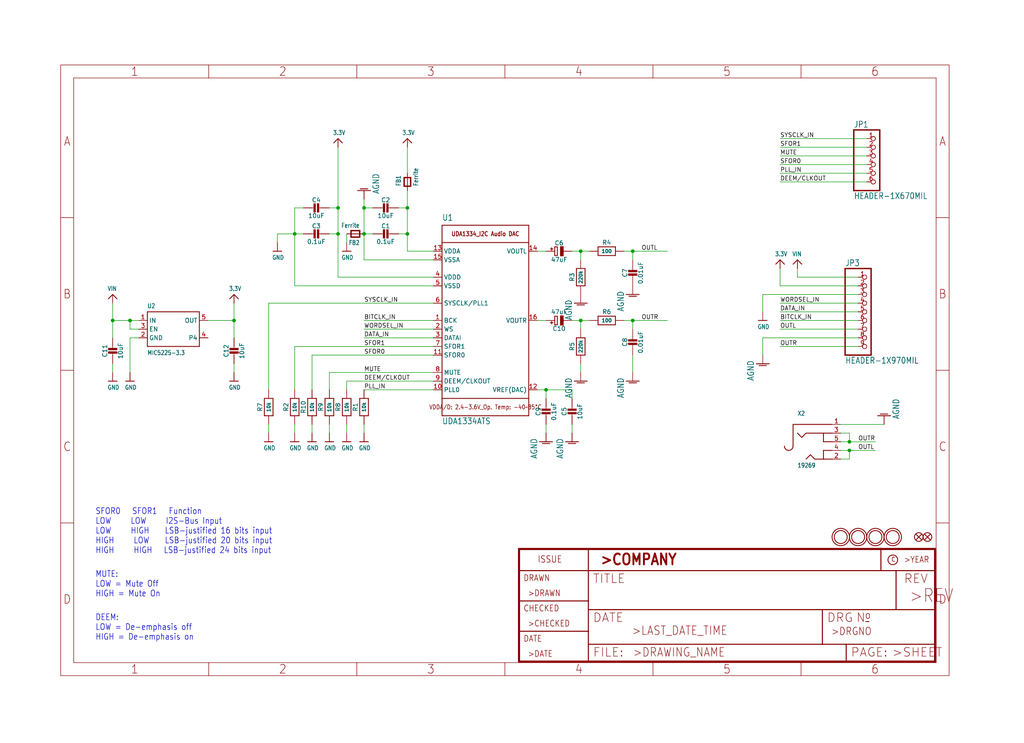
<source format=kicad_sch>
(kicad_sch (version 20211123) (generator eeschema)
  (paper "User" 300.076 217.881)
  (lib_symbols
    (symbol "eagleSchem-eagle-import:3.3V" (power)
      (property "Value" "3.3V" (at -1.524 1.016 0))
      (symbol "3.3V_1_0"
        (polyline (pts (xy -1.27 -1.27) (xy 0 0)) (stroke (width 0.254)))
        (polyline (pts (xy 0 0) (xy 1.27 -1.27)) (stroke (width 0.254)))
        (pin power_in line (at 0 -2.54 90) (length 2.54) (name "3.3V") (number "1"))
      )
    )
    (symbol "eagleSchem-eagle-import:AGND" (power)
      (property "Value" "AGND" (at -2.54 -5.08 90))
      (symbol "AGND_1_0"
        (polyline (pts (xy -1.905 0) (xy 1.905 0)) (stroke (width 0.254)))
        (polyline (pts (xy -1.0922 -0.508) (xy 1.0922 -0.508)) (stroke (width 0.254)))
        (pin power_in line (at 0 2.54 270) (length 2.54) (name "AGND") (number "1"))
      )
    )
    (symbol "eagleSchem-eagle-import:AUDIO_3.5MMJACK"
      (property "Reference" "X" (at -5.08 7.62 0))
      (property "Value" "AUDIO_3.5MMJACK" (at -5.08 -7.62 0))
      (symbol "AUDIO_3.5MMJACK_1_0"
        (arc (start -8.89 -1.27) (mid -8.518 -2.168) (end -7.62 -2.54) (stroke (width 0.254)))
        (arc (start -7.62 -2.54) (mid -6.722 -2.168) (end -6.35 -1.27) (stroke (width 0.254)))
        (polyline (pts (xy -6.35 5.08) (xy -6.35 -1.27)) (stroke (width 0.254)))
        (polyline (pts (xy -3.81 1.27) (xy -5.08 2.54)) (stroke (width 0.254)))
        (polyline (pts (xy -2.54 2.54) (xy -3.81 1.27)) (stroke (width 0.254)))
        (polyline (pts (xy -1.27 -3.81) (xy -2.54 -5.08)) (stroke (width 0.254)))
        (polyline (pts (xy 0 -5.08) (xy -1.27 -3.81)) (stroke (width 0.254)))
        (polyline (pts (xy 2.54 -5.08) (xy 0 -5.08)) (stroke (width 0.254)))
        (polyline (pts (xy 2.54 -2.54) (xy 2.54 -5.08)) (stroke (width 0.254)))
        (polyline (pts (xy 2.54 0) (xy 2.54 2.54)) (stroke (width 0.254)))
        (polyline (pts (xy 2.54 2.54) (xy -2.54 2.54)) (stroke (width 0.254)))
        (polyline (pts (xy 5.08 -5.08) (xy 2.54 -5.08)) (stroke (width 0.254)))
        (polyline (pts (xy 5.08 -2.54) (xy 2.54 -2.54)) (stroke (width 0.254)))
        (polyline (pts (xy 5.08 0) (xy 2.54 0)) (stroke (width 0.254)))
        (polyline (pts (xy 5.08 2.54) (xy 2.54 2.54)) (stroke (width 0.254)))
        (polyline (pts (xy 5.08 5.08) (xy -6.35 5.08)) (stroke (width 0.254)))
        (pin bidirectional line (at 7.62 5.08 180) (length 2.54) (name "P$1") (number "1"))
        (pin bidirectional line (at 7.62 -5.08 180) (length 2.54) (name "P$5") (number "2"))
        (pin bidirectional line (at 7.62 2.54 180) (length 2.54) (name "P$2") (number "3"))
        (pin bidirectional line (at 7.62 -2.54 180) (length 2.54) (name "P$4") (number "4"))
        (pin bidirectional line (at 7.62 0 180) (length 2.54) (name "P$3") (number "5"))
      )
    )
    (symbol "eagleSchem-eagle-import:AUDIO_I2S_UDA1334{dblquote}{dblquote}"
      (property "Reference" "U" (at -12.7 29.21 0))
      (property "Value" "AUDIO_I2S_UDA1334{dblquote}{dblquote}" (at -12.7 -30.48 0))
      (symbol "AUDIO_I2S_UDA1334{dblquote}{dblquote}_1_0"
        (polyline (pts (xy -12.7 -27.94) (xy 12.7 -27.94)) (stroke (width 0.254)))
        (polyline (pts (xy -12.7 -22.86) (xy -12.7 -27.94)) (stroke (width 0.254)))
        (polyline (pts (xy -12.7 -22.86) (xy -12.7 22.86)) (stroke (width 0.254)))
        (polyline (pts (xy -12.7 22.86) (xy -12.7 27.94)) (stroke (width 0.254)))
        (polyline (pts (xy -12.7 22.86) (xy 12.7 22.86)) (stroke (width 0.254)))
        (polyline (pts (xy -12.7 27.94) (xy 12.7 27.94)) (stroke (width 0.254)))
        (polyline (pts (xy 12.7 -27.94) (xy 12.7 -22.86)) (stroke (width 0.254)))
        (polyline (pts (xy 12.7 -22.86) (xy -12.7 -22.86)) (stroke (width 0.254)))
        (polyline (pts (xy 12.7 22.86) (xy 12.7 -22.86)) (stroke (width 0.254)))
        (polyline (pts (xy 12.7 27.94) (xy 12.7 22.86)) (stroke (width 0.254)))
        (text "UDA1334_I2C Audio DAC" (at 0 25.4 0) (effects (font (size 1.27 1.0795) (thickness 0.2159) bold)))
        (text "VDDA/D: 2.4-3.6V_Op. Temp: -40~85°C" (at 0 -25.4 0) (effects (font (size 1.27 1.0795))))
        (pin input line (at -15.24 0 0) (length 2.54) (name "BCK") (number "1"))
        (pin input line (at -15.24 -20.32 0) (length 2.54) (name "PLL0") (number "10"))
        (pin input line (at -15.24 -10.16 0) (length 2.54) (name "SFOR0") (number "11"))
        (pin output line (at 15.24 -20.32 180) (length 2.54) (name "VREF(DAC)") (number "12"))
        (pin power_in line (at -15.24 20.32 0) (length 2.54) (name "VDDA") (number "13"))
        (pin output line (at 15.24 20.32 180) (length 2.54) (name "VOUTL") (number "14"))
        (pin power_in line (at -15.24 17.78 0) (length 2.54) (name "VSSA") (number "15"))
        (pin output line (at 15.24 0 180) (length 2.54) (name "VOUTR") (number "16"))
        (pin input line (at -15.24 -2.54 0) (length 2.54) (name "WS") (number "2"))
        (pin input line (at -15.24 -5.08 0) (length 2.54) (name "DATAI") (number "3"))
        (pin power_in line (at -15.24 12.7 0) (length 2.54) (name "VDDD") (number "4"))
        (pin power_in line (at -15.24 10.16 0) (length 2.54) (name "VSSD") (number "5"))
        (pin input line (at -15.24 5.08 0) (length 2.54) (name "SYSCLK/PLL1") (number "6"))
        (pin input line (at -15.24 -7.62 0) (length 2.54) (name "SFOR1") (number "7"))
        (pin input line (at -15.24 -15.24 0) (length 2.54) (name "MUTE") (number "8"))
        (pin bidirectional line (at -15.24 -17.78 0) (length 2.54) (name "DEEM/CLKOUT") (number "9"))
      )
    )
    (symbol "eagleSchem-eagle-import:CAP_CERAMIC0805-NOOUTLINE"
      (property "Reference" "C" (at -2.29 1.25 90))
      (property "Value" "CAP_CERAMIC0805-NOOUTLINE" (at 2.3 1.25 90))
      (symbol "CAP_CERAMIC0805-NOOUTLINE_1_0"
        (rectangle (start -1.27 0.508) (end 1.27 1.016) (fill (type outline)))
        (rectangle (start -1.27 1.524) (end 1.27 2.032) (fill (type outline)))
        (polyline (pts (xy 0 0.762) (xy 0 0)) (stroke (width 0.1524)))
        (polyline (pts (xy 0 2.54) (xy 0 1.778)) (stroke (width 0.1524)))
        (pin passive line (at 0 5.08 270) (length 2.54) (name "1") (number "1"))
        (pin passive line (at 0 -2.54 90) (length 2.54) (name "2") (number "2"))
      )
    )
    (symbol "eagleSchem-eagle-import:CAP_ELECTROLYTICPANASONIC_C"
      (property "Reference" "C" (at -2.39 1.25 90))
      (property "Value" "CAP_ELECTROLYTICPANASONIC_C" (at 2.5 1.25 90))
      (symbol "CAP_ELECTROLYTICPANASONIC_C_1_0"
        (rectangle (start -1.397 0) (end 1.397 0.889) (fill (type outline)))
        (polyline (pts (xy -1.27 1.778) (xy -1.27 2.54)) (stroke (width 0.254)))
        (polyline (pts (xy -1.27 2.54) (xy 1.27 2.54)) (stroke (width 0.254)))
        (polyline (pts (xy -1.016 3.429) (xy -0.254 3.429)) (stroke (width 0.254)))
        (polyline (pts (xy -0.635 3.81) (xy -0.635 3.048)) (stroke (width 0.254)))
        (polyline (pts (xy 1.27 1.778) (xy -1.27 1.778)) (stroke (width 0.254)))
        (polyline (pts (xy 1.27 2.54) (xy 1.27 1.778)) (stroke (width 0.254)))
        (pin passive line (at 0 5.08 270) (length 2.54) (name "+") (number "+"))
        (pin passive line (at 0 -2.54 90) (length 2.54) (name "-") (number "-"))
      )
    )
    (symbol "eagleSchem-eagle-import:FERRITE0805"
      (property "Reference" "FB" (at -1.27 1.905 0))
      (property "Value" "FERRITE0805" (at -1.27 -3.175 0))
      (symbol "FERRITE0805_1_0"
        (polyline (pts (xy -1.27 -0.9525) (xy -1.27 0.9525)) (stroke (width 0.4064)))
        (polyline (pts (xy -1.27 0.9525) (xy 1.27 0.9525)) (stroke (width 0.4064)))
        (polyline (pts (xy 1.27 -0.9525) (xy -1.27 -0.9525)) (stroke (width 0.4064)))
        (polyline (pts (xy 1.27 0.9525) (xy 1.27 -0.9525)) (stroke (width 0.4064)))
        (pin passive line (at -2.54 0 0) (length 2.54) (name "P$1") (number "1"))
        (pin passive line (at 2.54 0 180) (length 2.54) (name "P$2") (number "2"))
      )
    )
    (symbol "eagleSchem-eagle-import:FIDUCIAL_1MM"
      (symbol "FIDUCIAL_1MM_1_0"
        (polyline (pts (xy -0.762 0.762) (xy 0.762 -0.762)) (stroke (width 0.254)))
        (polyline (pts (xy 0.762 0.762) (xy -0.762 -0.762)) (stroke (width 0.254)))
        (circle (center 0 0) (radius 1.27) (stroke (width 0.254)))
      )
    )
    (symbol "eagleSchem-eagle-import:FRAME_A4"
      (symbol "FRAME_A4_1_0"
        (polyline (pts (xy 0 44.7675) (xy 3.81 44.7675)))
        (polyline (pts (xy 0 89.535) (xy 3.81 89.535)))
        (polyline (pts (xy 0 134.3025) (xy 3.81 134.3025)))
        (polyline (pts (xy 3.81 3.81) (xy 3.81 175.26)))
        (polyline (pts (xy 43.3917 0) (xy 43.3917 3.81)))
        (polyline (pts (xy 43.3917 175.26) (xy 43.3917 179.07)))
        (polyline (pts (xy 86.7833 0) (xy 86.7833 3.81)))
        (polyline (pts (xy 86.7833 175.26) (xy 86.7833 179.07)))
        (polyline (pts (xy 130.175 0) (xy 130.175 3.81)))
        (polyline (pts (xy 130.175 175.26) (xy 130.175 179.07)))
        (polyline (pts (xy 173.5667 0) (xy 173.5667 3.81)))
        (polyline (pts (xy 173.5667 175.26) (xy 173.5667 179.07)))
        (polyline (pts (xy 216.9583 0) (xy 216.9583 3.81)))
        (polyline (pts (xy 216.9583 175.26) (xy 216.9583 179.07)))
        (polyline (pts (xy 256.54 3.81) (xy 3.81 3.81)))
        (polyline (pts (xy 256.54 3.81) (xy 256.54 8.89)) (stroke (width 0.1016)))
        (polyline (pts (xy 256.54 3.81) (xy 256.54 175.26)))
        (polyline (pts (xy 256.54 8.89) (xy 256.54 13.97)) (stroke (width 0.1016)))
        (polyline (pts (xy 256.54 13.97) (xy 256.54 19.05)) (stroke (width 0.1016)))
        (polyline (pts (xy 256.54 19.05) (xy 256.54 36.83)) (stroke (width 0.1016)))
        (polyline (pts (xy 256.54 44.7675) (xy 260.35 44.7675)))
        (polyline (pts (xy 256.54 89.535) (xy 260.35 89.535)))
        (polyline (pts (xy 256.54 134.3025) (xy 260.35 134.3025)))
        (polyline (pts (xy 256.54 175.26) (xy 3.81 175.26)))
        (polyline (pts (xy 0 0) (xy 260.35 0) (xy 260.35 179.07) (xy 0 179.07) (xy 0 0)))
        (text "1" (at 21.6958 1.905 0) (effects (font (size 2.54 2.286))))
        (text "1" (at 21.6958 177.165 0) (effects (font (size 2.54 2.286))))
        (text "2" (at 65.0875 1.905 0) (effects (font (size 2.54 2.286))))
        (text "2" (at 65.0875 177.165 0) (effects (font (size 2.54 2.286))))
        (text "3" (at 108.4792 1.905 0) (effects (font (size 2.54 2.286))))
        (text "3" (at 108.4792 177.165 0) (effects (font (size 2.54 2.286))))
        (text "4" (at 151.8708 1.905 0) (effects (font (size 2.54 2.286))))
        (text "4" (at 151.8708 177.165 0) (effects (font (size 2.54 2.286))))
        (text "5" (at 195.2625 1.905 0) (effects (font (size 2.54 2.286))))
        (text "5" (at 195.2625 177.165 0) (effects (font (size 2.54 2.286))))
        (text "6" (at 238.6542 1.905 0) (effects (font (size 2.54 2.286))))
        (text "6" (at 238.6542 177.165 0) (effects (font (size 2.54 2.286))))
        (text "A" (at 1.905 156.6863 0) (effects (font (size 2.54 2.286))))
        (text "A" (at 258.445 156.6863 0) (effects (font (size 2.54 2.286))))
        (text "B" (at 1.905 111.9188 0) (effects (font (size 2.54 2.286))))
        (text "B" (at 258.445 111.9188 0) (effects (font (size 2.54 2.286))))
        (text "C" (at 1.905 67.1513 0) (effects (font (size 2.54 2.286))))
        (text "C" (at 258.445 67.1513 0) (effects (font (size 2.54 2.286))))
        (text "D" (at 1.905 22.3838 0) (effects (font (size 2.54 2.286))))
        (text "D" (at 258.445 22.3838 0) (effects (font (size 2.54 2.286))))
      )
      (symbol "FRAME_A4_2_0"
        (polyline (pts (xy -0.3048 1.5748) (xy 20.0152 1.5748)) (stroke (width 0.6096)))
        (polyline (pts (xy -0.3048 10.4648) (xy -0.3048 1.5748)) (stroke (width 0.6096)))
        (polyline (pts (xy -0.3048 10.4648) (xy 20.0152 10.4648)) (stroke (width 0.3048)))
        (polyline (pts (xy -0.3048 19.3548) (xy -0.3048 10.4648)) (stroke (width 0.6096)))
        (polyline (pts (xy -0.3048 19.3548) (xy 20.0152 19.3548)) (stroke (width 0.3048)))
        (polyline (pts (xy -0.3048 28.2448) (xy -0.3048 19.3548)) (stroke (width 0.6096)))
        (polyline (pts (xy -0.3048 28.2448) (xy 20.0152 28.2448)) (stroke (width 0.3048)))
        (polyline (pts (xy -0.3048 34.5948) (xy -0.3048 28.2448)) (stroke (width 0.6096)))
        (polyline (pts (xy 20.0152 1.5748) (xy 20.0152 6.6548)) (stroke (width 0.3048)))
        (polyline (pts (xy 20.0152 1.5748) (xy 95.5802 1.5748)) (stroke (width 0.6096)))
        (polyline (pts (xy 20.0152 6.6548) (xy 20.0152 10.4648)) (stroke (width 0.3048)))
        (polyline (pts (xy 20.0152 6.6548) (xy 88.5952 6.6548)) (stroke (width 0.3048)))
        (polyline (pts (xy 20.0152 10.4648) (xy 20.0152 16.8148)) (stroke (width 0.3048)))
        (polyline (pts (xy 20.0152 16.8148) (xy 20.0152 19.3548)) (stroke (width 0.3048)))
        (polyline (pts (xy 20.0152 19.3548) (xy 20.0152 28.2448)) (stroke (width 0.3048)))
        (polyline (pts (xy 20.0152 28.2448) (xy 20.0152 34.5948)) (stroke (width 0.3048)))
        (polyline (pts (xy 20.0152 28.2448) (xy 105.7402 28.2448)) (stroke (width 0.3048)))
        (polyline (pts (xy 20.0152 34.5948) (xy -0.3048 34.5948)) (stroke (width 0.6096)))
        (polyline (pts (xy 88.5952 6.6548) (xy 95.5802 6.6548)) (stroke (width 0.3048)))
        (polyline (pts (xy 88.5952 16.8148) (xy 20.0152 16.8148)) (stroke (width 0.3048)))
        (polyline (pts (xy 88.5952 16.8148) (xy 88.5952 6.6548)) (stroke (width 0.3048)))
        (polyline (pts (xy 95.5802 1.5748) (xy 121.6152 1.5748)) (stroke (width 0.6096)))
        (polyline (pts (xy 95.5802 6.6548) (xy 95.5802 1.5748)) (stroke (width 0.3048)))
        (polyline (pts (xy 95.5802 6.6548) (xy 121.6152 6.6548)) (stroke (width 0.3048)))
        (polyline (pts (xy 101.2952 13.3223) (xy 102.2477 13.3223)) (stroke (width 0.254)))
        (polyline (pts (xy 105.7402 28.2448) (xy 105.7402 34.5948)) (stroke (width 0.3048)))
        (polyline (pts (xy 105.7402 28.2448) (xy 110.1852 28.2448)) (stroke (width 0.3048)))
        (polyline (pts (xy 105.7402 34.5948) (xy 20.0152 34.5948)) (stroke (width 0.6096)))
        (polyline (pts (xy 110.1852 16.8148) (xy 88.5952 16.8148)) (stroke (width 0.3048)))
        (polyline (pts (xy 110.1852 28.2448) (xy 110.1852 16.8148)) (stroke (width 0.3048)))
        (polyline (pts (xy 110.1852 28.2448) (xy 121.6152 28.2448)) (stroke (width 0.3048)))
        (polyline (pts (xy 121.6152 6.6548) (xy 121.6152 1.5748)) (stroke (width 0.6096)))
        (polyline (pts (xy 121.6152 16.8148) (xy 110.1852 16.8148)) (stroke (width 0.3048)))
        (polyline (pts (xy 121.6152 16.8148) (xy 121.6152 6.6548)) (stroke (width 0.6096)))
        (polyline (pts (xy 121.6152 28.2448) (xy 121.6152 16.8148)) (stroke (width 0.6096)))
        (polyline (pts (xy 121.6152 34.5948) (xy 105.7402 34.5948)) (stroke (width 0.6096)))
        (polyline (pts (xy 121.6152 34.5948) (xy 121.6152 28.2448)) (stroke (width 0.6096)))
        (circle (center 109.2327 31.4198) (radius 1.4199) (stroke (width 0.254)))
        (text ">CHECKED" (at 2.2352 11.7348 0) (effects (font (size 1.778 1.5113)) (justify left bottom)))
        (text ">COMPANY" (at 23.349 29.6735 0) (effects (font (size 3.175 2.6987) (thickness 0.5397) bold) (justify left bottom)))
        (text ">DATE" (at 2.2352 2.8448 0) (effects (font (size 1.778 1.5113)) (justify left bottom)))
        (text ">DRAWING_NAME" (at 33.0327 2.8448 0) (effects (font (size 2.54 2.159)) (justify left bottom)))
        (text ">DRAWN" (at 2.2352 20.6248 0) (effects (font (size 1.778 1.5113)) (justify left bottom)))
        (text ">DRGNO" (at 91.1352 9.1948 0) (effects (font (size 2.1844 1.8567)) (justify left bottom)))
        (text ">LAST_DATE_TIME" (at 32.7152 9.1948 0) (effects (font (size 2.54 2.159)) (justify left bottom)))
        (text ">REV" (at 113.9952 18.7198 0) (effects (font (size 3.81 3.2385)) (justify left bottom)))
        (text ">SHEET" (at 108.9152 2.8448 0) (effects (font (size 2.54 2.54)) (justify left bottom)))
        (text ">YEAR" (at 112.4077 30.4673 0) (effects (font (size 1.778 1.5113)) (justify left bottom)))
        (text "C" (at 108.7564 30.7848 0) (effects (font (size 1.27 1.0795)) (justify left bottom)))
        (text "CHECKED" (at 0.9652 16.1798 0) (effects (font (size 1.778 1.5113)) (justify left bottom)))
        (text "DATE" (at 0.9652 7.2898 0) (effects (font (size 1.778 1.5113)) (justify left bottom)))
        (text "DATE" (at 21.2852 13.0048 0) (effects (font (size 2.54 2.54)) (justify left bottom)))
        (text "DRAWN" (at 0.9652 25.0698 0) (effects (font (size 1.778 1.5113)) (justify left bottom)))
        (text "DRG" (at 89.8652 13.0048 0) (effects (font (size 2.54 2.54)) (justify left bottom)))
        (text "FILE:" (at 21.2852 2.8448 0) (effects (font (size 2.54 2.54)) (justify left bottom)))
        (text "ISSUE" (at 5.0927 30.4673 0) (effects (font (size 1.9304 1.6408)) (justify left bottom)))
        (text "N" (at 98.4377 13.0048 0) (effects (font (size 2.54 2.54)) (justify left bottom)))
        (text "o" (at 100.9777 13.9573 0) (effects (font (size 2.1844 1.8567)) (justify left bottom)))
        (text "PAGE:" (at 96.8502 2.8448 0) (effects (font (size 2.54 2.54)) (justify left bottom)))
        (text "REV" (at 112.4077 24.4348 0) (effects (font (size 2.54 2.54)) (justify left bottom)))
        (text "TITLE" (at 21.2852 24.4348 0) (effects (font (size 2.54 2.54)) (justify left bottom)))
      )
    )
    (symbol "eagleSchem-eagle-import:GND" (power)
      (property "Value" "GND" (at -1.524 -2.54 0))
      (symbol "GND_1_0"
        (polyline (pts (xy -1.27 0) (xy 1.27 0)) (stroke (width 0.254)))
        (pin power_in line (at 0 2.54 270) (length 2.54) (name "GND") (number "1"))
      )
    )
    (symbol "eagleSchem-eagle-import:HEADER-1X670MIL"
      (property "Reference" "JP" (at -6.35 10.795 0))
      (property "Value" "HEADER-1X670MIL" (at -6.35 -10.16 0))
      (symbol "HEADER-1X670MIL_1_0"
        (polyline (pts (xy -6.35 -7.62) (xy 1.27 -7.62)) (stroke (width 0.4064)))
        (polyline (pts (xy -6.35 10.16) (xy -6.35 -7.62)) (stroke (width 0.4064)))
        (polyline (pts (xy 1.27 -7.62) (xy 1.27 10.16)) (stroke (width 0.4064)))
        (polyline (pts (xy 1.27 10.16) (xy -6.35 10.16)) (stroke (width 0.4064)))
        (pin passive inverted (at -2.54 7.62 0) (length 2.54) (name "1") (number "1"))
        (pin passive inverted (at -2.54 5.08 0) (length 2.54) (name "2") (number "2"))
        (pin passive inverted (at -2.54 2.54 0) (length 2.54) (name "3") (number "3"))
        (pin passive inverted (at -2.54 0 0) (length 2.54) (name "4") (number "4"))
        (pin passive inverted (at -2.54 -2.54 0) (length 2.54) (name "5") (number "5"))
        (pin passive inverted (at -2.54 -5.08 0) (length 2.54) (name "6") (number "6"))
      )
    )
    (symbol "eagleSchem-eagle-import:HEADER-1X970MIL"
      (property "Reference" "JP" (at -6.35 13.335 0))
      (property "Value" "HEADER-1X970MIL" (at -6.35 -15.24 0))
      (symbol "HEADER-1X970MIL_1_0"
        (polyline (pts (xy -6.35 -12.7) (xy 1.27 -12.7)) (stroke (width 0.4064)))
        (polyline (pts (xy -6.35 12.7) (xy -6.35 -12.7)) (stroke (width 0.4064)))
        (polyline (pts (xy 1.27 -12.7) (xy 1.27 12.7)) (stroke (width 0.4064)))
        (polyline (pts (xy 1.27 12.7) (xy -6.35 12.7)) (stroke (width 0.4064)))
        (pin passive inverted (at -2.54 10.16 0) (length 2.54) (name "1") (number "1"))
        (pin passive inverted (at -2.54 7.62 0) (length 2.54) (name "2") (number "2"))
        (pin passive inverted (at -2.54 5.08 0) (length 2.54) (name "3") (number "3"))
        (pin passive inverted (at -2.54 2.54 0) (length 2.54) (name "4") (number "4"))
        (pin passive inverted (at -2.54 0 0) (length 2.54) (name "5") (number "5"))
        (pin passive inverted (at -2.54 -2.54 0) (length 2.54) (name "6") (number "6"))
        (pin passive inverted (at -2.54 -5.08 0) (length 2.54) (name "7") (number "7"))
        (pin passive inverted (at -2.54 -7.62 0) (length 2.54) (name "8") (number "8"))
        (pin passive inverted (at -2.54 -10.16 0) (length 2.54) (name "9") (number "9"))
      )
    )
    (symbol "eagleSchem-eagle-import:MOUNTINGHOLE2.5"
      (symbol "MOUNTINGHOLE2.5_1_0"
        (circle (center 0 0) (radius 1.905) (stroke (width 0.254)))
        (circle (center 0 0) (radius 2.54) (stroke (width 0.254)))
      )
    )
    (symbol "eagleSchem-eagle-import:RESISTOR0805_NOOUTLINE"
      (property "Reference" "R" (at 0 2.54 0))
      (property "Value" "RESISTOR0805_NOOUTLINE" (at 0 0 0))
      (symbol "RESISTOR0805_NOOUTLINE_1_0"
        (polyline (pts (xy -2.54 -1.27) (xy -2.54 1.27)) (stroke (width 0.254)))
        (polyline (pts (xy -2.54 1.27) (xy 2.54 1.27)) (stroke (width 0.254)))
        (polyline (pts (xy 2.54 -1.27) (xy -2.54 -1.27)) (stroke (width 0.254)))
        (polyline (pts (xy 2.54 1.27) (xy 2.54 -1.27)) (stroke (width 0.254)))
        (pin passive line (at -5.08 0 0) (length 2.54) (name "1") (number "1"))
        (pin passive line (at 5.08 0 180) (length 2.54) (name "2") (number "2"))
      )
    )
    (symbol "eagleSchem-eagle-import:RESISTOR_0603_NOOUT"
      (property "Reference" "R" (at 0 2.54 0))
      (property "Value" "RESISTOR_0603_NOOUT" (at 0 0 0))
      (symbol "RESISTOR_0603_NOOUT_1_0"
        (polyline (pts (xy -2.54 -1.27) (xy -2.54 1.27)) (stroke (width 0.254)))
        (polyline (pts (xy -2.54 1.27) (xy 2.54 1.27)) (stroke (width 0.254)))
        (polyline (pts (xy 2.54 -1.27) (xy -2.54 -1.27)) (stroke (width 0.254)))
        (polyline (pts (xy 2.54 1.27) (xy 2.54 -1.27)) (stroke (width 0.254)))
        (pin passive line (at -5.08 0 0) (length 2.54) (name "1") (number "1"))
        (pin passive line (at 5.08 0 180) (length 2.54) (name "2") (number "2"))
      )
    )
    (symbol "eagleSchem-eagle-import:VIN" (power)
      (property "Value" "VIN" (at -1.524 1.016 0))
      (symbol "VIN_1_0"
        (polyline (pts (xy -1.27 -1.27) (xy 0 0)) (stroke (width 0.254)))
        (polyline (pts (xy 0 0) (xy 1.27 -1.27)) (stroke (width 0.254)))
        (pin power_in line (at 0 -2.54 90) (length 2.54) (name "VIN") (number "1"))
      )
    )
    (symbol "eagleSchem-eagle-import:VREG_SOT23-5"
      (property "Reference" "U" (at -7.62 6.096 0))
      (property "Value" "VREG_SOT23-5" (at -7.62 -7.62 0))
      (symbol "VREG_SOT23-5_1_0"
        (polyline (pts (xy -7.62 -5.08) (xy -7.62 5.08)) (stroke (width 0.254)))
        (polyline (pts (xy -7.62 5.08) (xy 7.62 5.08)) (stroke (width 0.254)))
        (polyline (pts (xy 7.62 -5.08) (xy -7.62 -5.08)) (stroke (width 0.254)))
        (polyline (pts (xy 7.62 5.08) (xy 7.62 -5.08)) (stroke (width 0.254)))
        (pin power_in line (at -10.16 2.54 0) (length 2.54) (name "IN") (number "1"))
        (pin power_in line (at -10.16 -2.54 0) (length 2.54) (name "GND") (number "2"))
        (pin input line (at -10.16 0 0) (length 2.54) (name "EN") (number "3"))
        (pin bidirectional line (at 10.16 -2.54 180) (length 2.54) (name "P4") (number "4"))
        (pin power_in line (at 10.16 2.54 180) (length 2.54) (name "OUT") (number "5"))
      )
    )
  )
  (junction (at 99.06 68.58))
  (junction (at 99.06 60.96))
  (junction (at 38.1 93.98))
  (junction (at 185.42 73.66))
  (junction (at 119.38 68.58))
  (junction (at 185.42 93.98))
  (junction (at 170.18 93.98))
  (junction (at 106.68 60.96))
  (junction (at 170.18 73.66))
  (junction (at 68.58 93.98))
  (junction (at 248.92 132.08))
  (junction (at 160.02 114.3))
  (junction (at 33.02 93.98))
  (junction (at 119.38 60.96))
  (junction (at 86.36 68.58))
  (junction (at 248.92 129.54))
  (junction (at 106.68 68.58))
  (wire (pts (xy 68.58 106.68) (xy 68.58 109.22)))
  (wire (pts (xy 68.58 93.98) (xy 68.58 88.9)))
  (wire (pts (xy 182.88 93.98) (xy 185.42 93.98)))
  (wire (pts (xy 40.64 96.52) (xy 38.1 96.52)))
  (wire (pts (xy 38.1 93.98) (xy 33.02 93.98)))
  (wire (pts (xy 119.38 68.58) (xy 119.38 60.96)))
  (wire (pts (xy 101.6 124.46) (xy 101.6 127)))
  (wire (pts (xy 254 48.26) (xy 228.6 48.26)))
  (wire (pts (xy 106.68 68.58) (xy 106.68 60.96)))
  (wire (pts (xy 254 43.18) (xy 228.6 43.18)))
  (wire (pts (xy 127 73.66) (xy 119.38 73.66)))
  (wire (pts (xy 246.38 134.62) (xy 248.92 134.62)))
  (wire (pts (xy 127 101.6) (xy 86.36 101.6)))
  (wire (pts (xy 254 53.34) (xy 228.6 53.34)))
  (wire (pts (xy 127 81.28) (xy 99.06 81.28)))
  (wire (pts (xy 160.02 114.3) (xy 160.02 116.84)))
  (wire (pts (xy 251.46 81.28) (xy 233.68 81.28)))
  (wire (pts (xy 127 104.14) (xy 91.44 104.14)))
  (wire (pts (xy 119.38 50.8) (xy 119.38 43.18)))
  (wire (pts (xy 251.46 91.44) (xy 228.6 91.44)))
  (wire (pts (xy 86.36 124.46) (xy 86.36 127)))
  (wire (pts (xy 248.92 127) (xy 248.92 129.54)))
  (wire (pts (xy 223.52 86.36) (xy 223.52 91.44)))
  (wire (pts (xy 86.36 101.6) (xy 86.36 114.3)))
  (wire (pts (xy 160.02 93.98) (xy 157.48 93.98)))
  (wire (pts (xy 251.46 96.52) (xy 228.6 96.52)))
  (wire (pts (xy 170.18 93.98) (xy 167.64 93.98)))
  (wire (pts (xy 116.84 60.96) (xy 119.38 60.96)))
  (wire (pts (xy 251.46 83.82) (xy 228.6 83.82)))
  (wire (pts (xy 127 111.76) (xy 101.6 111.76)))
  (wire (pts (xy 254 40.64) (xy 228.6 40.64)))
  (wire (pts (xy 127 99.06) (xy 106.68 99.06)))
  (wire (pts (xy 106.68 60.96) (xy 109.22 60.96)))
  (wire (pts (xy 160.02 124.46) (xy 160.02 127)))
  (wire (pts (xy 91.44 104.14) (xy 91.44 114.3)))
  (wire (pts (xy 60.96 93.98) (xy 68.58 93.98)))
  (wire (pts (xy 38.1 99.06) (xy 38.1 109.22)))
  (wire (pts (xy 246.38 132.08) (xy 248.92 132.08)))
  (wire (pts (xy 116.84 68.58) (xy 119.38 68.58)))
  (wire (pts (xy 40.64 93.98) (xy 38.1 93.98)))
  (wire (pts (xy 246.38 129.54) (xy 248.92 129.54)))
  (wire (pts (xy 96.52 109.22) (xy 96.52 114.3)))
  (wire (pts (xy 99.06 60.96) (xy 99.06 43.18)))
  (wire (pts (xy 33.02 106.68) (xy 33.02 109.22)))
  (wire (pts (xy 33.02 93.98) (xy 33.02 88.9)))
  (wire (pts (xy 99.06 81.28) (xy 99.06 68.58)))
  (wire (pts (xy 170.18 73.66) (xy 167.64 73.66)))
  (wire (pts (xy 119.38 60.96) (xy 119.38 55.88)))
  (wire (pts (xy 233.68 81.28) (xy 233.68 78.74)))
  (wire (pts (xy 68.58 99.06) (xy 68.58 93.98)))
  (wire (pts (xy 86.36 68.58) (xy 86.36 60.96)))
  (wire (pts (xy 127 96.52) (xy 106.68 96.52)))
  (wire (pts (xy 86.36 60.96) (xy 88.9 60.96)))
  (wire (pts (xy 127 83.82) (xy 86.36 83.82)))
  (wire (pts (xy 106.68 124.46) (xy 106.68 127)))
  (wire (pts (xy 246.38 127) (xy 248.92 127)))
  (wire (pts (xy 248.92 132.08) (xy 256.54 132.08)))
  (wire (pts (xy 170.18 76.2) (xy 170.18 73.66)))
  (wire (pts (xy 96.52 68.58) (xy 99.06 68.58)))
  (wire (pts (xy 127 88.9) (xy 78.74 88.9)))
  (wire (pts (xy 185.42 73.66) (xy 185.42 76.2)))
  (wire (pts (xy 157.48 73.66) (xy 160.02 73.66)))
  (wire (pts (xy 185.42 93.98) (xy 185.42 96.52)))
  (wire (pts (xy 33.02 99.06) (xy 33.02 93.98)))
  (wire (pts (xy 248.92 129.54) (xy 256.54 129.54)))
  (wire (pts (xy 251.46 93.98) (xy 228.6 93.98)))
  (wire (pts (xy 170.18 96.52) (xy 170.18 93.98)))
  (wire (pts (xy 38.1 96.52) (xy 38.1 93.98)))
  (wire (pts (xy 78.74 88.9) (xy 78.74 114.3)))
  (wire (pts (xy 248.92 132.08) (xy 248.92 134.62)))
  (wire (pts (xy 88.9 68.58) (xy 86.36 68.58)))
  (wire (pts (xy 86.36 68.58) (xy 81.28 68.58)))
  (wire (pts (xy 254 45.72) (xy 228.6 45.72)))
  (wire (pts (xy 106.68 76.2) (xy 106.68 68.58)))
  (wire (pts (xy 40.64 99.06) (xy 38.1 99.06)))
  (wire (pts (xy 185.42 93.98) (xy 195.58 93.98)))
  (wire (pts (xy 228.6 83.82) (xy 228.6 78.74)))
  (wire (pts (xy 127 76.2) (xy 106.68 76.2)))
  (wire (pts (xy 157.48 114.3) (xy 160.02 114.3)))
  (wire (pts (xy 78.74 124.46) (xy 78.74 127)))
  (wire (pts (xy 170.18 106.68) (xy 170.18 109.22)))
  (wire (pts (xy 170.18 93.98) (xy 172.72 93.98)))
  (wire (pts (xy 106.68 58.42) (xy 106.68 60.96)))
  (wire (pts (xy 119.38 73.66) (xy 119.38 68.58)))
  (wire (pts (xy 185.42 73.66) (xy 195.58 73.66)))
  (wire (pts (xy 96.52 124.46) (xy 96.52 127)))
  (wire (pts (xy 96.52 60.96) (xy 99.06 60.96)))
  (wire (pts (xy 101.6 111.76) (xy 101.6 114.3)))
  (wire (pts (xy 160.02 114.3) (xy 167.64 114.3)))
  (wire (pts (xy 251.46 88.9) (xy 228.6 88.9)))
  (wire (pts (xy 170.18 73.66) (xy 172.72 73.66)))
  (wire (pts (xy 91.44 124.46) (xy 91.44 127)))
  (wire (pts (xy 182.88 73.66) (xy 185.42 73.66)))
  (wire (pts (xy 109.22 68.58) (xy 106.68 68.58)))
  (wire (pts (xy 86.36 83.82) (xy 86.36 68.58)))
  (wire (pts (xy 259.08 124.46) (xy 246.38 124.46)))
  (wire (pts (xy 101.6 68.58) (xy 101.6 71.12)))
  (wire (pts (xy 81.28 68.58) (xy 81.28 71.12)))
  (wire (pts (xy 251.46 99.06) (xy 223.52 99.06)))
  (wire (pts (xy 167.64 124.46) (xy 167.64 127)))
  (wire (pts (xy 251.46 101.6) (xy 228.6 101.6)))
  (wire (pts (xy 185.42 104.14) (xy 185.42 109.22)))
  (wire (pts (xy 127 109.22) (xy 96.52 109.22)))
  (wire (pts (xy 127 93.98) (xy 106.68 93.98)))
  (wire (pts (xy 254 50.8) (xy 228.6 50.8)))
  (wire (pts (xy 223.52 99.06) (xy 223.52 104.14)))
  (wire (pts (xy 99.06 68.58) (xy 99.06 60.96)))
  (wire (pts (xy 251.46 86.36) (xy 223.52 86.36)))
  (wire (pts (xy 167.64 114.3) (xy 167.64 116.84)))
  (wire (pts (xy 127 114.3) (xy 106.68 114.3)))
  (text "DEEM:\nLOW = De-emphasis off\nHIGH = De-emphasis on" (at 27.94 187.96 180) (effects (font (size 1.778 1.5113)) (justify left bottom)))
  (text "SFOR0   SFOR1   Function\nLOW     LOW     I2S-Bus Input\nLOW     HIGH    LSB-justified 16 bits input\nHIGH     LOW    LSB-justified 20 bits input\nHIGH     HIGH   LSB-justified 24 bits input" (at 27.94 162.56 180) (effects (font (size 1.778 1.5113)) (justify left bottom)))
  (text "MUTE:\nLOW = Mute Off\nHIGH = Mute On" (at 27.94 175.26 180) (effects (font (size 1.778 1.5113)) (justify left bottom)))
  (label "DEEM/CLKOUT" (at 228.6 53.34 0) (effects (font (size 1.2446 1.2446))))
  (label "MUTE" (at 106.68 109.22 0) (effects (font (size 1.2446 1.2446))))
  (label "PLL_IN" (at 106.68 114.3 0) (effects (font (size 1.2446 1.2446))))
  (label "WORDSEL_IN" (at 106.68 96.52 0) (effects (font (size 1.2446 1.2446))))
  (label "OUTR" (at 187.96 93.98 0) (effects (font (size 1.2446 1.2446))))
  (label "MUTE" (at 228.6 45.72 0) (effects (font (size 1.2446 1.2446))))
  (label "DEEM/CLKOUT" (at 106.68 111.76 0) (effects (font (size 1.2446 1.2446))))
  (label "SYSCLK_IN" (at 106.68 88.9 0) (effects (font (size 1.2446 1.2446))))
  (label "SFOR1" (at 228.6 43.18 0) (effects (font (size 1.2446 1.2446))))
  (label "SFOR0" (at 228.6 48.26 0) (effects (font (size 1.2446 1.2446))))
  (label "SYSCLK_IN" (at 228.6 40.64 0) (effects (font (size 1.2446 1.2446))))
  (label "PLL_IN" (at 228.6 50.8 0) (effects (font (size 1.2446 1.2446))))
  (label "OUTL" (at 187.96 73.66 0) (effects (font (size 1.2446 1.2446))))
  (label "SFOR0" (at 106.68 104.14 0) (effects (font (size 1.2446 1.2446))))
  (label "OUTL" (at 251.46 132.08 0) (effects (font (size 1.2446 1.2446))))
  (label "SFOR1" (at 106.68 101.6 0) (effects (font (size 1.2446 1.2446))))
  (label "BITCLK_IN" (at 228.6 93.98 0) (effects (font (size 1.2446 1.2446))))
  (label "OUTR" (at 251.46 129.54 0) (effects (font (size 1.2446 1.2446))))
  (label "BITCLK_IN" (at 106.68 93.98 0) (effects (font (size 1.2446 1.2446))))
  (label "WORDSEL_IN" (at 228.6 88.9 0) (effects (font (size 1.2446 1.2446))))
  (label "OUTL" (at 228.6 96.52 0) (effects (font (size 1.2446 1.2446))))
  (label "OUTR" (at 228.6 101.6 0) (effects (font (size 1.2446 1.2446))))
  (label "DATA_IN" (at 106.68 99.06 0) (effects (font (size 1.2446 1.2446))))
  (label "DATA_IN" (at 228.6 91.44 0) (effects (font (size 1.2446 1.2446))))
  (symbol (lib_id "eagleSchem-eagle-import:RESISTOR_0603_NOOUT") (at 78.74 119.38 90) (unit 1)
    (property "Reference" "R7" (at 76.2 119.38 0))
    (property "Value" "10k" (at 78.74 119.38 0) (effects (font (size 1.016 1.016) bold)))
    (property "Footprint" "eagleSchem:0603-NO" (effects hide))
  )
  (symbol (lib_id "eagleSchem-eagle-import:HEADER-1X970MIL") (at 254 91.44 0) (unit 1)
    (property "Reference" "JP3" (at 247.65 78.105 0) (effects (font (size 1.778 1.5113)) (justify left bottom)))
    (property "Value" "HEADER-1X970MIL" (at 247.65 106.68 0) (effects (font (size 1.778 1.5113)) (justify left bottom)))
    (property "Footprint" "eagleSchem:1X09_ROUND_70" (effects hide))
  )
  (symbol (lib_id "eagleSchem-eagle-import:GND") (at 106.68 129.54 0) (unit 1)
    (property "Reference" "#U$30" (effects hide))
    (property "Value" "GND" (at 105.156 132.08 0) (effects (font (size 1.27 1.0795)) (justify left bottom)))
    (property "Footprint" "eagleSchem:" (effects hide))
  )
  (symbol (lib_id "eagleSchem-eagle-import:3.3V") (at 68.58 86.36 0) (unit 1)
    (property "Reference" "#U$21" (effects hide))
    (property "Value" "3.3V" (at 67.056 85.344 0) (effects (font (size 1.27 1.0795)) (justify left bottom)))
    (property "Footprint" "eagleSchem:" (effects hide))
  )
  (symbol (lib_id "eagleSchem-eagle-import:FERRITE0805") (at 119.38 53.34 90) (unit 1)
    (property "Reference" "FB1" (at 117.475 54.61 0) (effects (font (size 1.27 1.0795)) (justify left bottom)))
    (property "Value" "Ferrite" (at 122.555 54.61 0) (effects (font (size 1.27 1.0795)) (justify left bottom)))
    (property "Footprint" "eagleSchem:0805" (effects hide))
  )
  (symbol (lib_id "eagleSchem-eagle-import:RESISTOR_0603_NOOUT") (at 106.68 119.38 90) (unit 1)
    (property "Reference" "R1" (at 104.14 119.38 0))
    (property "Value" "10k" (at 106.68 119.38 0) (effects (font (size 1.016 1.016) bold)))
    (property "Footprint" "eagleSchem:0603-NO" (effects hide))
  )
  (symbol (lib_id "eagleSchem-eagle-import:CAP_CERAMIC0805-NOOUTLINE") (at 111.76 68.58 270) (unit 1)
    (property "Reference" "C1" (at 113.01 66.29 90))
    (property "Value" "0.1uF" (at 113.01 70.88 90))
    (property "Footprint" "eagleSchem:0805-NO" (effects hide))
  )
  (symbol (lib_id "eagleSchem-eagle-import:CAP_CERAMIC0805-NOOUTLINE") (at 185.42 101.6 0) (unit 1)
    (property "Reference" "C8" (at 183.13 100.35 90))
    (property "Value" "0.01uF" (at 187.72 100.35 90))
    (property "Footprint" "eagleSchem:0805-NO" (effects hide))
  )
  (symbol (lib_id "eagleSchem-eagle-import:GND") (at 101.6 73.66 0) (unit 1)
    (property "Reference" "#U$2" (effects hide))
    (property "Value" "GND" (at 100.076 76.2 0) (effects (font (size 1.27 1.0795)) (justify left bottom)))
    (property "Footprint" "eagleSchem:" (effects hide))
  )
  (symbol (lib_id "eagleSchem-eagle-import:RESISTOR0805_NOOUTLINE") (at 170.18 101.6 90) (unit 1)
    (property "Reference" "R5" (at 167.64 101.6 0))
    (property "Value" "220k" (at 170.18 101.6 0) (effects (font (size 1.016 1.016) bold)))
    (property "Footprint" "eagleSchem:0805-NO" (effects hide))
  )
  (symbol (lib_id "eagleSchem-eagle-import:GND") (at 81.28 73.66 0) (unit 1)
    (property "Reference" "#U$1" (effects hide))
    (property "Value" "GND" (at 79.756 76.2 0) (effects (font (size 1.27 1.0795)) (justify left bottom)))
    (property "Footprint" "eagleSchem:" (effects hide))
  )
  (symbol (lib_id "eagleSchem-eagle-import:RESISTOR0805_NOOUTLINE") (at 170.18 81.28 90) (unit 1)
    (property "Reference" "R3" (at 167.64 81.28 0))
    (property "Value" "220k" (at 170.18 81.28 0) (effects (font (size 1.016 1.016) bold)))
    (property "Footprint" "eagleSchem:0805-NO" (effects hide))
  )
  (symbol (lib_id "eagleSchem-eagle-import:AGND") (at 259.08 121.92 180) (unit 1)
    (property "Reference" "#AGND9" (effects hide))
    (property "Value" "AGND" (at 261.62 116.84 90) (effects (font (size 1.778 1.5113)) (justify left bottom)))
    (property "Footprint" "eagleSchem:" (effects hide))
  )
  (symbol (lib_id "eagleSchem-eagle-import:AGND") (at 185.42 111.76 0) (unit 1)
    (property "Reference" "#AGND3" (effects hide))
    (property "Value" "AGND" (at 182.88 116.84 90) (effects (font (size 1.778 1.5113)) (justify left bottom)))
    (property "Footprint" "eagleSchem:" (effects hide))
  )
  (symbol (lib_id "eagleSchem-eagle-import:AGND") (at 170.18 111.76 0) (unit 1)
    (property "Reference" "#AGND4" (effects hide))
    (property "Value" "AGND" (at 167.64 116.84 90) (effects (font (size 1.778 1.5113)) (justify left bottom)))
    (property "Footprint" "eagleSchem:" (effects hide))
  )
  (symbol (lib_id "eagleSchem-eagle-import:GND") (at 223.52 93.98 0) (unit 1)
    (property "Reference" "#U$26" (effects hide))
    (property "Value" "GND" (at 221.996 96.52 0) (effects (font (size 1.27 1.0795)) (justify left bottom)))
    (property "Footprint" "eagleSchem:" (effects hide))
  )
  (symbol (lib_id "eagleSchem-eagle-import:CAP_CERAMIC0805-NOOUTLINE") (at 160.02 121.92 0) (unit 1)
    (property "Reference" "C9" (at 157.73 120.67 90))
    (property "Value" "0.1uF" (at 162.32 120.67 90))
    (property "Footprint" "eagleSchem:0805-NO" (effects hide))
  )
  (symbol (lib_id "eagleSchem-eagle-import:FRAME_A4") (at 17.78 198.12 0) (unit 1)
    (property "Reference" "#FRAME1" (effects hide))
    (property "Value" "FRAME_A4" (effects hide))
    (property "Footprint" "eagleSchem:" (effects hide))
  )
  (symbol (lib_id "eagleSchem-eagle-import:GND") (at 101.6 129.54 0) (unit 1)
    (property "Reference" "#U$16" (effects hide))
    (property "Value" "GND" (at 100.076 132.08 0) (effects (font (size 1.27 1.0795)) (justify left bottom)))
    (property "Footprint" "eagleSchem:" (effects hide))
  )
  (symbol (lib_id "eagleSchem-eagle-import:CAP_ELECTROLYTICPANASONIC_C") (at 165.1 93.98 90) (unit 1)
    (property "Reference" "C10" (at 163.85 96.37 90))
    (property "Value" "47uF" (at 163.85 91.48 90))
    (property "Footprint" "eagleSchem:PANASONIC_C" (effects hide))
  )
  (symbol (lib_id "eagleSchem-eagle-import:RESISTOR_0603_NOOUT") (at 96.52 119.38 90) (unit 1)
    (property "Reference" "R9" (at 93.98 119.38 0))
    (property "Value" "10k" (at 96.52 119.38 0) (effects (font (size 1.016 1.016) bold)))
    (property "Footprint" "eagleSchem:0603-NO" (effects hide))
  )
  (symbol (lib_id "eagleSchem-eagle-import:AGND") (at 185.42 86.36 0) (unit 1)
    (property "Reference" "#AGND5" (effects hide))
    (property "Value" "AGND" (at 182.88 91.44 90) (effects (font (size 1.778 1.5113)) (justify left bottom)))
    (property "Footprint" "eagleSchem:" (effects hide))
  )
  (symbol (lib_id "eagleSchem-eagle-import:GND") (at 91.44 129.54 0) (unit 1)
    (property "Reference" "#U$17" (effects hide))
    (property "Value" "GND" (at 89.916 132.08 0) (effects (font (size 1.27 1.0795)) (justify left bottom)))
    (property "Footprint" "eagleSchem:" (effects hide))
  )
  (symbol (lib_id "eagleSchem-eagle-import:GND") (at 33.02 111.76 0) (unit 1)
    (property "Reference" "#U$19" (effects hide))
    (property "Value" "GND" (at 31.496 114.3 0) (effects (font (size 1.27 1.0795)) (justify left bottom)))
    (property "Footprint" "eagleSchem:" (effects hide))
  )
  (symbol (lib_id "eagleSchem-eagle-import:AGND") (at 167.64 129.54 0) (unit 1)
    (property "Reference" "#AGND1" (effects hide))
    (property "Value" "AGND" (at 165.1 134.62 90) (effects (font (size 1.778 1.5113)) (justify left bottom)))
    (property "Footprint" "eagleSchem:" (effects hide))
  )
  (symbol (lib_id "eagleSchem-eagle-import:RESISTOR_0603_NOOUT") (at 86.36 119.38 90) (unit 1)
    (property "Reference" "R2" (at 83.82 119.38 0))
    (property "Value" "10k" (at 86.36 119.38 0) (effects (font (size 1.016 1.016) bold)))
    (property "Footprint" "eagleSchem:0603-NO" (effects hide))
  )
  (symbol (lib_id "eagleSchem-eagle-import:AUDIO_3.5MMJACK") (at 238.76 129.54 0) (unit 1)
    (property "Reference" "X2" (at 233.68 121.92 0) (effects (font (size 1.27 1.0795)) (justify left bottom)))
    (property "Value" "19269" (at 233.68 137.16 0) (effects (font (size 1.27 1.0795)) (justify left bottom)))
    (property "Footprint" "eagleSchem:4UCONN_19269" (effects hide))
  )
  (symbol (lib_id "eagleSchem-eagle-import:3.3V") (at 99.06 40.64 0) (unit 1)
    (property "Reference" "#U$3" (effects hide))
    (property "Value" "3.3V" (at 97.536 39.624 0) (effects (font (size 1.27 1.0795)) (justify left bottom)))
    (property "Footprint" "eagleSchem:" (effects hide))
  )
  (symbol (lib_id "eagleSchem-eagle-import:AGND") (at 106.68 55.88 180) (unit 1)
    (property "Reference" "#AGND7" (effects hide))
    (property "Value" "AGND" (at 109.22 50.8 90) (effects (font (size 1.778 1.5113)) (justify left bottom)))
    (property "Footprint" "eagleSchem:" (effects hide))
  )
  (symbol (lib_id "eagleSchem-eagle-import:GND") (at 96.52 129.54 0) (unit 1)
    (property "Reference" "#U$15" (effects hide))
    (property "Value" "GND" (at 94.996 132.08 0) (effects (font (size 1.27 1.0795)) (justify left bottom)))
    (property "Footprint" "eagleSchem:" (effects hide))
  )
  (symbol (lib_id "eagleSchem-eagle-import:CAP_ELECTROLYTICPANASONIC_C") (at 165.1 73.66 90) (mirror x) (unit 1)
    (property "Reference" "C6" (at 163.85 71.27 90))
    (property "Value" "47uF" (at 163.85 76.16 90))
    (property "Footprint" "eagleSchem:PANASONIC_C" (effects hide))
  )
  (symbol (lib_id "eagleSchem-eagle-import:3.3V") (at 119.38 40.64 0) (unit 1)
    (property "Reference" "#U$4" (effects hide))
    (property "Value" "3.3V" (at 117.856 39.624 0) (effects (font (size 1.27 1.0795)) (justify left bottom)))
    (property "Footprint" "eagleSchem:" (effects hide))
  )
  (symbol (lib_id "eagleSchem-eagle-import:AGND") (at 160.02 129.54 0) (unit 1)
    (property "Reference" "#AGND2" (effects hide))
    (property "Value" "AGND" (at 157.48 134.62 90) (effects (font (size 1.778 1.5113)) (justify left bottom)))
    (property "Footprint" "eagleSchem:" (effects hide))
  )
  (symbol (lib_id "eagleSchem-eagle-import:RESISTOR0805_NOOUTLINE") (at 177.8 93.98 0) (unit 1)
    (property "Reference" "R6" (at 177.8 91.44 0))
    (property "Value" "100" (at 177.8 93.98 0) (effects (font (size 1.016 1.016) bold)))
    (property "Footprint" "eagleSchem:0805-NO" (effects hide))
  )
  (symbol (lib_id "eagleSchem-eagle-import:HEADER-1X670MIL") (at 256.54 48.26 0) (unit 1)
    (property "Reference" "JP1" (at 250.19 37.465 0) (effects (font (size 1.778 1.5113)) (justify left bottom)))
    (property "Value" "HEADER-1X670MIL" (at 250.19 58.42 0) (effects (font (size 1.778 1.5113)) (justify left bottom)))
    (property "Footprint" "eagleSchem:1X06_ROUND_70" (effects hide))
  )
  (symbol (lib_id "eagleSchem-eagle-import:MOUNTINGHOLE2.5") (at 256.54 157.48 0) (unit 1)
    (property "Reference" "U$12" (effects hide))
    (property "Value" "MOUNTINGHOLE2.5" (effects hide))
    (property "Footprint" "eagleSchem:MOUNTINGHOLE_2.5_PLATED" (effects hide))
  )
  (symbol (lib_id "eagleSchem-eagle-import:CAP_CERAMIC0805-NOOUTLINE") (at 185.42 81.28 0) (unit 1)
    (property "Reference" "C7" (at 183.13 80.03 90))
    (property "Value" "0.01uF" (at 187.72 80.03 90))
    (property "Footprint" "eagleSchem:0805-NO" (effects hide))
  )
  (symbol (lib_id "eagleSchem-eagle-import:MOUNTINGHOLE2.5") (at 246.38 157.48 0) (unit 1)
    (property "Reference" "U$14" (effects hide))
    (property "Value" "MOUNTINGHOLE2.5" (effects hide))
    (property "Footprint" "eagleSchem:MOUNTINGHOLE_2.5_PLATED" (effects hide))
  )
  (symbol (lib_id "eagleSchem-eagle-import:VIN") (at 33.02 86.36 0) (unit 1)
    (property "Reference" "#U$22" (effects hide))
    (property "Value" "VIN" (at 31.496 85.344 0) (effects (font (size 1.27 1.0795)) (justify left bottom)))
    (property "Footprint" "eagleSchem:" (effects hide))
  )
  (symbol (lib_id "eagleSchem-eagle-import:VIN") (at 233.68 76.2 0) (unit 1)
    (property "Reference" "#U$24" (effects hide))
    (property "Value" "VIN" (at 232.156 75.184 0) (effects (font (size 1.27 1.0795)) (justify left bottom)))
    (property "Footprint" "eagleSchem:" (effects hide))
  )
  (symbol (lib_id "eagleSchem-eagle-import:AGND") (at 223.52 106.68 0) (unit 1)
    (property "Reference" "#AGND8" (effects hide))
    (property "Value" "AGND" (at 220.98 111.76 90) (effects (font (size 1.778 1.5113)) (justify left bottom)))
    (property "Footprint" "eagleSchem:" (effects hide))
  )
  (symbol (lib_id "eagleSchem-eagle-import:GND") (at 38.1 111.76 0) (unit 1)
    (property "Reference" "#U$23" (effects hide))
    (property "Value" "GND" (at 36.576 114.3 0) (effects (font (size 1.27 1.0795)) (justify left bottom)))
    (property "Footprint" "eagleSchem:" (effects hide))
  )
  (symbol (lib_id "eagleSchem-eagle-import:MOUNTINGHOLE2.5") (at 251.46 157.48 0) (unit 1)
    (property "Reference" "U$13" (effects hide))
    (property "Value" "MOUNTINGHOLE2.5" (effects hide))
    (property "Footprint" "eagleSchem:MOUNTINGHOLE_2.5_PLATED" (effects hide))
  )
  (symbol (lib_id "eagleSchem-eagle-import:FIDUCIAL_1MM") (at 271.78 157.48 0) (unit 1)
    (property "Reference" "FID1" (effects hide))
    (property "Value" "FIDUCIAL_1MM" (effects hide))
    (property "Footprint" "eagleSchem:FIDUCIAL_1MM" (effects hide))
  )
  (symbol (lib_id "eagleSchem-eagle-import:3.3V") (at 228.6 76.2 0) (unit 1)
    (property "Reference" "#U$25" (effects hide))
    (property "Value" "3.3V" (at 227.076 75.184 0) (effects (font (size 1.27 1.0795)) (justify left bottom)))
    (property "Footprint" "eagleSchem:" (effects hide))
  )
  (symbol (lib_id "eagleSchem-eagle-import:RESISTOR_0603_NOOUT") (at 101.6 119.38 90) (unit 1)
    (property "Reference" "R8" (at 99.06 119.38 0))
    (property "Value" "10k" (at 101.6 119.38 0) (effects (font (size 1.016 1.016) bold)))
    (property "Footprint" "eagleSchem:0603-NO" (effects hide))
  )
  (symbol (lib_id "eagleSchem-eagle-import:CAP_CERAMIC0805-NOOUTLINE") (at 91.44 68.58 270) (unit 1)
    (property "Reference" "C3" (at 92.69 66.29 90))
    (property "Value" "0.1uF" (at 92.69 70.88 90))
    (property "Footprint" "eagleSchem:0805-NO" (effects hide))
  )
  (symbol (lib_id "eagleSchem-eagle-import:CAP_CERAMIC0805-NOOUTLINE") (at 68.58 104.14 0) (unit 1)
    (property "Reference" "C12" (at 66.29 102.89 90))
    (property "Value" "10uF" (at 70.88 102.89 90))
    (property "Footprint" "eagleSchem:0805-NO" (effects hide))
  )
  (symbol (lib_id "eagleSchem-eagle-import:CAP_CERAMIC0805-NOOUTLINE") (at 167.64 121.92 0) (unit 1)
    (property "Reference" "C5" (at 165.35 120.67 90))
    (property "Value" "10uF" (at 169.94 120.67 90))
    (property "Footprint" "eagleSchem:0805-NO" (effects hide))
  )
  (symbol (lib_id "eagleSchem-eagle-import:CAP_CERAMIC0805-NOOUTLINE") (at 91.44 60.96 270) (unit 1)
    (property "Reference" "C4" (at 92.69 58.67 90))
    (property "Value" "10uF" (at 92.69 63.26 90))
    (property "Footprint" "eagleSchem:0805-NO" (effects hide))
  )
  (symbol (lib_id "eagleSchem-eagle-import:RESISTOR_0603_NOOUT") (at 91.44 119.38 90) (unit 1)
    (property "Reference" "R10" (at 88.9 119.38 0))
    (property "Value" "10k" (at 91.44 119.38 0) (effects (font (size 1.016 1.016) bold)))
    (property "Footprint" "eagleSchem:0603-NO" (effects hide))
  )
  (symbol (lib_id "eagleSchem-eagle-import:FRAME_A4") (at 152.4 195.58 0) (unit 2)
    (property "Reference" "#FRAME1" (effects hide))
    (property "Value" "FRAME_A4" (effects hide))
    (property "Footprint" "eagleSchem:" (effects hide))
  )
  (symbol (lib_id "eagleSchem-eagle-import:GND") (at 68.58 111.76 0) (unit 1)
    (property "Reference" "#U$20" (effects hide))
    (property "Value" "GND" (at 67.056 114.3 0) (effects (font (size 1.27 1.0795)) (justify left bottom)))
    (property "Footprint" "eagleSchem:" (effects hide))
  )
  (symbol (lib_id "eagleSchem-eagle-import:GND") (at 86.36 129.54 0) (unit 1)
    (property "Reference" "#U$18" (effects hide))
    (property "Value" "GND" (at 84.836 132.08 0) (effects (font (size 1.27 1.0795)) (justify left bottom)))
    (property "Footprint" "eagleSchem:" (effects hide))
  )
  (symbol (lib_id "eagleSchem-eagle-import:AUDIO_I2S_UDA1334{dblquote}{dblquote}") (at 142.24 93.98 0) (unit 1)
    (property "Reference" "U1" (at 129.54 64.77 0) (effects (font (size 1.778 1.5113)) (justify left bottom)))
    (property "Value" "UDA1334ATS" (at 129.54 124.46 0) (effects (font (size 1.778 1.5113)) (justify left bottom)))
    (property "Footprint" "eagleSchem:SSOP16_4.4MM" (effects hide))
  )
  (symbol (lib_id "eagleSchem-eagle-import:FERRITE0805") (at 104.14 68.58 180) (unit 1)
    (property "Reference" "FB2" (at 105.41 70.485 0) (effects (font (size 1.27 1.0795)) (justify left bottom)))
    (property "Value" "Ferrite" (at 105.41 65.405 0) (effects (font (size 1.27 1.0795)) (justify left bottom)))
    (property "Footprint" "eagleSchem:0805" (effects hide))
  )
  (symbol (lib_id "eagleSchem-eagle-import:GND") (at 78.74 129.54 0) (unit 1)
    (property "Reference" "#U$31" (effects hide))
    (property "Value" "GND" (at 77.216 132.08 0) (effects (font (size 1.27 1.0795)) (justify left bottom)))
    (property "Footprint" "eagleSchem:" (effects hide))
  )
  (symbol (lib_id "eagleSchem-eagle-import:FIDUCIAL_1MM") (at 269.24 157.48 0) (unit 1)
    (property "Reference" "FID2" (effects hide))
    (property "Value" "FIDUCIAL_1MM" (effects hide))
    (property "Footprint" "eagleSchem:FIDUCIAL_1MM" (effects hide))
  )
  (symbol (lib_id "eagleSchem-eagle-import:CAP_CERAMIC0805-NOOUTLINE") (at 33.02 104.14 0) (unit 1)
    (property "Reference" "C11" (at 30.73 102.89 90))
    (property "Value" "10uF" (at 35.32 102.89 90))
    (property "Footprint" "eagleSchem:0805-NO" (effects hide))
  )
  (symbol (lib_id "eagleSchem-eagle-import:MOUNTINGHOLE2.5") (at 261.62 157.48 0) (unit 1)
    (property "Reference" "U$11" (effects hide))
    (property "Value" "MOUNTINGHOLE2.5" (effects hide))
    (property "Footprint" "eagleSchem:MOUNTINGHOLE_2.5_PLATED" (effects hide))
  )
  (symbol (lib_id "eagleSchem-eagle-import:AGND") (at 170.18 88.9 0) (unit 1)
    (property "Reference" "#AGND6" (effects hide))
    (property "Value" "AGND" (at 167.64 93.98 90) (effects (font (size 1.778 1.5113)) (justify left bottom)))
    (property "Footprint" "eagleSchem:" (effects hide))
  )
  (symbol (lib_id "eagleSchem-eagle-import:VREG_SOT23-5") (at 50.8 96.52 0) (unit 1)
    (property "Reference" "U2" (at 43.18 90.424 0) (effects (font (size 1.27 1.0795)) (justify left bottom)))
    (property "Value" "MIC5225-3.3" (at 43.18 104.14 0) (effects (font (size 1.27 1.0795)) (justify left bottom)))
    (property "Footprint" "eagleSchem:SOT23-5" (effects hide))
  )
  (symbol (lib_id "eagleSchem-eagle-import:CAP_CERAMIC0805-NOOUTLINE") (at 111.76 60.96 270) (unit 1)
    (property "Reference" "C2" (at 113.01 58.67 90))
    (property "Value" "10uF" (at 113.01 63.26 90))
    (property "Footprint" "eagleSchem:0805-NO" (effects hide))
  )
  (symbol (lib_id "eagleSchem-eagle-import:RESISTOR0805_NOOUTLINE") (at 177.8 73.66 0) (unit 1)
    (property "Reference" "R4" (at 177.8 71.12 0))
    (property "Value" "100" (at 177.8 73.66 0) (effects (font (size 1.016 1.016) bold)))
    (property "Footprint" "eagleSchem:0805-NO" (effects hide))
  )
)
</source>
